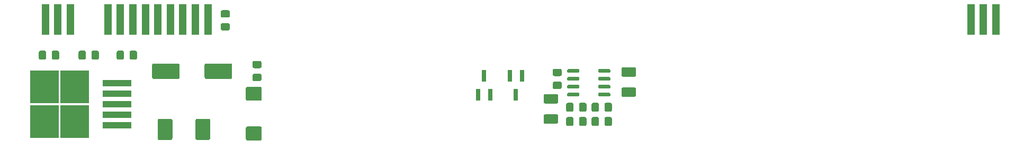
<source format=gbr>
%TF.GenerationSoftware,KiCad,Pcbnew,(5.1.8)-1*%
%TF.CreationDate,2021-02-16T03:44:48+08:00*%
%TF.ProjectId,VFD,5646442e-6b69-4636-9164-5f7063625858,rev?*%
%TF.SameCoordinates,Original*%
%TF.FileFunction,Paste,Top*%
%TF.FilePolarity,Positive*%
%FSLAX46Y46*%
G04 Gerber Fmt 4.6, Leading zero omitted, Abs format (unit mm)*
G04 Created by KiCad (PCBNEW (5.1.8)-1) date 2021-02-16 03:44:48*
%MOMM*%
%LPD*%
G01*
G04 APERTURE LIST*
%ADD10R,1.270000X5.000000*%
%ADD11R,4.550000X5.250000*%
%ADD12R,4.600000X1.100000*%
%ADD13R,0.800000X1.900000*%
G04 APERTURE END LIST*
D10*
%TO.C,U3*%
X105660000Y-95850000D03*
X103660000Y-95850000D03*
X101660000Y-95850000D03*
X99660000Y-95850000D03*
X97660000Y-95850000D03*
X95660000Y-95850000D03*
X93660000Y-95850000D03*
X91660000Y-95850000D03*
X231660000Y-95850000D03*
X229660000Y-95850000D03*
X227660000Y-95850000D03*
X89660000Y-95850000D03*
X83660000Y-95850000D03*
X81660000Y-95850000D03*
X79660000Y-95850000D03*
%TD*%
%TO.C,U2*%
G36*
G01*
X168056000Y-104315000D02*
X168056000Y-104015000D01*
G75*
G02*
X168206000Y-103865000I150000J0D01*
G01*
X169856000Y-103865000D01*
G75*
G02*
X170006000Y-104015000I0J-150000D01*
G01*
X170006000Y-104315000D01*
G75*
G02*
X169856000Y-104465000I-150000J0D01*
G01*
X168206000Y-104465000D01*
G75*
G02*
X168056000Y-104315000I0J150000D01*
G01*
G37*
G36*
G01*
X168056000Y-105585000D02*
X168056000Y-105285000D01*
G75*
G02*
X168206000Y-105135000I150000J0D01*
G01*
X169856000Y-105135000D01*
G75*
G02*
X170006000Y-105285000I0J-150000D01*
G01*
X170006000Y-105585000D01*
G75*
G02*
X169856000Y-105735000I-150000J0D01*
G01*
X168206000Y-105735000D01*
G75*
G02*
X168056000Y-105585000I0J150000D01*
G01*
G37*
G36*
G01*
X168056000Y-106855000D02*
X168056000Y-106555000D01*
G75*
G02*
X168206000Y-106405000I150000J0D01*
G01*
X169856000Y-106405000D01*
G75*
G02*
X170006000Y-106555000I0J-150000D01*
G01*
X170006000Y-106855000D01*
G75*
G02*
X169856000Y-107005000I-150000J0D01*
G01*
X168206000Y-107005000D01*
G75*
G02*
X168056000Y-106855000I0J150000D01*
G01*
G37*
G36*
G01*
X168056000Y-108125000D02*
X168056000Y-107825000D01*
G75*
G02*
X168206000Y-107675000I150000J0D01*
G01*
X169856000Y-107675000D01*
G75*
G02*
X170006000Y-107825000I0J-150000D01*
G01*
X170006000Y-108125000D01*
G75*
G02*
X169856000Y-108275000I-150000J0D01*
G01*
X168206000Y-108275000D01*
G75*
G02*
X168056000Y-108125000I0J150000D01*
G01*
G37*
G36*
G01*
X163106000Y-108125000D02*
X163106000Y-107825000D01*
G75*
G02*
X163256000Y-107675000I150000J0D01*
G01*
X164906000Y-107675000D01*
G75*
G02*
X165056000Y-107825000I0J-150000D01*
G01*
X165056000Y-108125000D01*
G75*
G02*
X164906000Y-108275000I-150000J0D01*
G01*
X163256000Y-108275000D01*
G75*
G02*
X163106000Y-108125000I0J150000D01*
G01*
G37*
G36*
G01*
X163106000Y-106855000D02*
X163106000Y-106555000D01*
G75*
G02*
X163256000Y-106405000I150000J0D01*
G01*
X164906000Y-106405000D01*
G75*
G02*
X165056000Y-106555000I0J-150000D01*
G01*
X165056000Y-106855000D01*
G75*
G02*
X164906000Y-107005000I-150000J0D01*
G01*
X163256000Y-107005000D01*
G75*
G02*
X163106000Y-106855000I0J150000D01*
G01*
G37*
G36*
G01*
X163106000Y-105585000D02*
X163106000Y-105285000D01*
G75*
G02*
X163256000Y-105135000I150000J0D01*
G01*
X164906000Y-105135000D01*
G75*
G02*
X165056000Y-105285000I0J-150000D01*
G01*
X165056000Y-105585000D01*
G75*
G02*
X164906000Y-105735000I-150000J0D01*
G01*
X163256000Y-105735000D01*
G75*
G02*
X163106000Y-105585000I0J150000D01*
G01*
G37*
G36*
G01*
X163106000Y-104315000D02*
X163106000Y-104015000D01*
G75*
G02*
X163256000Y-103865000I150000J0D01*
G01*
X164906000Y-103865000D01*
G75*
G02*
X165056000Y-104015000I0J-150000D01*
G01*
X165056000Y-104315000D01*
G75*
G02*
X164906000Y-104465000I-150000J0D01*
G01*
X163256000Y-104465000D01*
G75*
G02*
X163106000Y-104315000I0J150000D01*
G01*
G37*
%TD*%
D11*
%TO.C,U1*%
X84364000Y-106735000D03*
X79514000Y-112285000D03*
X84364000Y-112285000D03*
X79514000Y-106735000D03*
D12*
X91089000Y-106110000D03*
X91089000Y-107810000D03*
X91089000Y-109510000D03*
X91089000Y-111210000D03*
X91089000Y-112910000D03*
%TD*%
%TO.C,R6*%
G36*
G01*
X79784000Y-101161000D02*
X79784000Y-102111000D01*
G75*
G02*
X79534000Y-102361000I-250000J0D01*
G01*
X78859000Y-102361000D01*
G75*
G02*
X78609000Y-102111000I0J250000D01*
G01*
X78609000Y-101161000D01*
G75*
G02*
X78859000Y-100911000I250000J0D01*
G01*
X79534000Y-100911000D01*
G75*
G02*
X79784000Y-101161000I0J-250000D01*
G01*
G37*
G36*
G01*
X81859000Y-101161000D02*
X81859000Y-102111000D01*
G75*
G02*
X81609000Y-102361000I-250000J0D01*
G01*
X80934000Y-102361000D01*
G75*
G02*
X80684000Y-102111000I0J250000D01*
G01*
X80684000Y-101161000D01*
G75*
G02*
X80934000Y-100911000I250000J0D01*
G01*
X81609000Y-100911000D01*
G75*
G02*
X81859000Y-101161000I0J-250000D01*
G01*
G37*
%TD*%
%TO.C,R5*%
G36*
G01*
X86134000Y-101161000D02*
X86134000Y-102111000D01*
G75*
G02*
X85884000Y-102361000I-250000J0D01*
G01*
X85209000Y-102361000D01*
G75*
G02*
X84959000Y-102111000I0J250000D01*
G01*
X84959000Y-101161000D01*
G75*
G02*
X85209000Y-100911000I250000J0D01*
G01*
X85884000Y-100911000D01*
G75*
G02*
X86134000Y-101161000I0J-250000D01*
G01*
G37*
G36*
G01*
X88209000Y-101161000D02*
X88209000Y-102111000D01*
G75*
G02*
X87959000Y-102361000I-250000J0D01*
G01*
X87284000Y-102361000D01*
G75*
G02*
X87034000Y-102111000I0J250000D01*
G01*
X87034000Y-101161000D01*
G75*
G02*
X87284000Y-100911000I250000J0D01*
G01*
X87959000Y-100911000D01*
G75*
G02*
X88209000Y-101161000I0J-250000D01*
G01*
G37*
%TD*%
%TO.C,R4*%
G36*
G01*
X165012000Y-112779000D02*
X165012000Y-111829000D01*
G75*
G02*
X165262000Y-111579000I250000J0D01*
G01*
X165937000Y-111579000D01*
G75*
G02*
X166187000Y-111829000I0J-250000D01*
G01*
X166187000Y-112779000D01*
G75*
G02*
X165937000Y-113029000I-250000J0D01*
G01*
X165262000Y-113029000D01*
G75*
G02*
X165012000Y-112779000I0J250000D01*
G01*
G37*
G36*
G01*
X162937000Y-112779000D02*
X162937000Y-111829000D01*
G75*
G02*
X163187000Y-111579000I250000J0D01*
G01*
X163862000Y-111579000D01*
G75*
G02*
X164112000Y-111829000I0J-250000D01*
G01*
X164112000Y-112779000D01*
G75*
G02*
X163862000Y-113029000I-250000J0D01*
G01*
X163187000Y-113029000D01*
G75*
G02*
X162937000Y-112779000I0J250000D01*
G01*
G37*
%TD*%
%TO.C,R3*%
G36*
G01*
X169076000Y-110493000D02*
X169076000Y-109543000D01*
G75*
G02*
X169326000Y-109293000I250000J0D01*
G01*
X170001000Y-109293000D01*
G75*
G02*
X170251000Y-109543000I0J-250000D01*
G01*
X170251000Y-110493000D01*
G75*
G02*
X170001000Y-110743000I-250000J0D01*
G01*
X169326000Y-110743000D01*
G75*
G02*
X169076000Y-110493000I0J250000D01*
G01*
G37*
G36*
G01*
X167001000Y-110493000D02*
X167001000Y-109543000D01*
G75*
G02*
X167251000Y-109293000I250000J0D01*
G01*
X167926000Y-109293000D01*
G75*
G02*
X168176000Y-109543000I0J-250000D01*
G01*
X168176000Y-110493000D01*
G75*
G02*
X167926000Y-110743000I-250000J0D01*
G01*
X167251000Y-110743000D01*
G75*
G02*
X167001000Y-110493000I0J250000D01*
G01*
G37*
%TD*%
%TO.C,R2*%
G36*
G01*
X161039000Y-105896000D02*
X161989000Y-105896000D01*
G75*
G02*
X162239000Y-106146000I0J-250000D01*
G01*
X162239000Y-106821000D01*
G75*
G02*
X161989000Y-107071000I-250000J0D01*
G01*
X161039000Y-107071000D01*
G75*
G02*
X160789000Y-106821000I0J250000D01*
G01*
X160789000Y-106146000D01*
G75*
G02*
X161039000Y-105896000I250000J0D01*
G01*
G37*
G36*
G01*
X161039000Y-103821000D02*
X161989000Y-103821000D01*
G75*
G02*
X162239000Y-104071000I0J-250000D01*
G01*
X162239000Y-104746000D01*
G75*
G02*
X161989000Y-104996000I-250000J0D01*
G01*
X161039000Y-104996000D01*
G75*
G02*
X160789000Y-104746000I0J250000D01*
G01*
X160789000Y-104071000D01*
G75*
G02*
X161039000Y-103821000I250000J0D01*
G01*
G37*
%TD*%
%TO.C,R1*%
G36*
G01*
X168176000Y-111829000D02*
X168176000Y-112779000D01*
G75*
G02*
X167926000Y-113029000I-250000J0D01*
G01*
X167251000Y-113029000D01*
G75*
G02*
X167001000Y-112779000I0J250000D01*
G01*
X167001000Y-111829000D01*
G75*
G02*
X167251000Y-111579000I250000J0D01*
G01*
X167926000Y-111579000D01*
G75*
G02*
X168176000Y-111829000I0J-250000D01*
G01*
G37*
G36*
G01*
X170251000Y-111829000D02*
X170251000Y-112779000D01*
G75*
G02*
X170001000Y-113029000I-250000J0D01*
G01*
X169326000Y-113029000D01*
G75*
G02*
X169076000Y-112779000I0J250000D01*
G01*
X169076000Y-111829000D01*
G75*
G02*
X169326000Y-111579000I250000J0D01*
G01*
X170001000Y-111579000D01*
G75*
G02*
X170251000Y-111829000I0J-250000D01*
G01*
G37*
%TD*%
D13*
%TO.C,Q2*%
X154910000Y-107962000D03*
X153960000Y-104962000D03*
X155860000Y-104962000D03*
%TD*%
%TO.C,Q1*%
X149830000Y-104962000D03*
X150780000Y-107962000D03*
X148880000Y-107962000D03*
%TD*%
%TO.C,L1*%
G36*
G01*
X99974000Y-112109000D02*
X99974000Y-115039000D01*
G75*
G02*
X99739000Y-115274000I-235000J0D01*
G01*
X97859000Y-115274000D01*
G75*
G02*
X97624000Y-115039000I0J235000D01*
G01*
X97624000Y-112109000D01*
G75*
G02*
X97859000Y-111874000I235000J0D01*
G01*
X99739000Y-111874000D01*
G75*
G02*
X99974000Y-112109000I0J-235000D01*
G01*
G37*
G36*
G01*
X106024000Y-112109000D02*
X106024000Y-115039000D01*
G75*
G02*
X105789000Y-115274000I-235000J0D01*
G01*
X103909000Y-115274000D01*
G75*
G02*
X103674000Y-115039000I0J235000D01*
G01*
X103674000Y-112109000D01*
G75*
G02*
X103909000Y-111874000I235000J0D01*
G01*
X105789000Y-111874000D01*
G75*
G02*
X106024000Y-112109000I0J-235000D01*
G01*
G37*
%TD*%
%TO.C,C8*%
G36*
G01*
X108903000Y-95576500D02*
X107953000Y-95576500D01*
G75*
G02*
X107703000Y-95326500I0J250000D01*
G01*
X107703000Y-94651500D01*
G75*
G02*
X107953000Y-94401500I250000J0D01*
G01*
X108903000Y-94401500D01*
G75*
G02*
X109153000Y-94651500I0J-250000D01*
G01*
X109153000Y-95326500D01*
G75*
G02*
X108903000Y-95576500I-250000J0D01*
G01*
G37*
G36*
G01*
X108903000Y-97651500D02*
X107953000Y-97651500D01*
G75*
G02*
X107703000Y-97401500I0J250000D01*
G01*
X107703000Y-96726500D01*
G75*
G02*
X107953000Y-96476500I250000J0D01*
G01*
X108903000Y-96476500D01*
G75*
G02*
X109153000Y-96726500I0J-250000D01*
G01*
X109153000Y-97401500D01*
G75*
G02*
X108903000Y-97651500I-250000J0D01*
G01*
G37*
%TD*%
%TO.C,C7*%
G36*
G01*
X105130000Y-105210000D02*
X105130000Y-103210000D01*
G75*
G02*
X105380000Y-102960000I250000J0D01*
G01*
X109280000Y-102960000D01*
G75*
G02*
X109530000Y-103210000I0J-250000D01*
G01*
X109530000Y-105210000D01*
G75*
G02*
X109280000Y-105460000I-250000J0D01*
G01*
X105380000Y-105460000D01*
G75*
G02*
X105130000Y-105210000I0J250000D01*
G01*
G37*
G36*
G01*
X96730000Y-105210000D02*
X96730000Y-103210000D01*
G75*
G02*
X96980000Y-102960000I250000J0D01*
G01*
X100880000Y-102960000D01*
G75*
G02*
X101130000Y-103210000I0J-250000D01*
G01*
X101130000Y-105210000D01*
G75*
G02*
X100880000Y-105460000I-250000J0D01*
G01*
X96980000Y-105460000D01*
G75*
G02*
X96730000Y-105210000I0J250000D01*
G01*
G37*
%TD*%
%TO.C,C6*%
G36*
G01*
X93130000Y-102111000D02*
X93130000Y-101161000D01*
G75*
G02*
X93380000Y-100911000I250000J0D01*
G01*
X94055000Y-100911000D01*
G75*
G02*
X94305000Y-101161000I0J-250000D01*
G01*
X94305000Y-102111000D01*
G75*
G02*
X94055000Y-102361000I-250000J0D01*
G01*
X93380000Y-102361000D01*
G75*
G02*
X93130000Y-102111000I0J250000D01*
G01*
G37*
G36*
G01*
X91055000Y-102111000D02*
X91055000Y-101161000D01*
G75*
G02*
X91305000Y-100911000I250000J0D01*
G01*
X91980000Y-100911000D01*
G75*
G02*
X92230000Y-101161000I0J-250000D01*
G01*
X92230000Y-102111000D01*
G75*
G02*
X91980000Y-102361000I-250000J0D01*
G01*
X91305000Y-102361000D01*
G75*
G02*
X91055000Y-102111000I0J250000D01*
G01*
G37*
%TD*%
%TO.C,C5*%
G36*
G01*
X173869000Y-105079000D02*
X172019000Y-105079000D01*
G75*
G02*
X171769000Y-104829000I0J250000D01*
G01*
X171769000Y-103829000D01*
G75*
G02*
X172019000Y-103579000I250000J0D01*
G01*
X173869000Y-103579000D01*
G75*
G02*
X174119000Y-103829000I0J-250000D01*
G01*
X174119000Y-104829000D01*
G75*
G02*
X173869000Y-105079000I-250000J0D01*
G01*
G37*
G36*
G01*
X173869000Y-108329000D02*
X172019000Y-108329000D01*
G75*
G02*
X171769000Y-108079000I0J250000D01*
G01*
X171769000Y-107079000D01*
G75*
G02*
X172019000Y-106829000I250000J0D01*
G01*
X173869000Y-106829000D01*
G75*
G02*
X174119000Y-107079000I0J-250000D01*
G01*
X174119000Y-108079000D01*
G75*
G02*
X173869000Y-108329000I-250000J0D01*
G01*
G37*
%TD*%
%TO.C,C4*%
G36*
G01*
X159573000Y-111147000D02*
X161423000Y-111147000D01*
G75*
G02*
X161673000Y-111397000I0J-250000D01*
G01*
X161673000Y-112397000D01*
G75*
G02*
X161423000Y-112647000I-250000J0D01*
G01*
X159573000Y-112647000D01*
G75*
G02*
X159323000Y-112397000I0J250000D01*
G01*
X159323000Y-111397000D01*
G75*
G02*
X159573000Y-111147000I250000J0D01*
G01*
G37*
G36*
G01*
X159573000Y-107897000D02*
X161423000Y-107897000D01*
G75*
G02*
X161673000Y-108147000I0J-250000D01*
G01*
X161673000Y-109147000D01*
G75*
G02*
X161423000Y-109397000I-250000J0D01*
G01*
X159573000Y-109397000D01*
G75*
G02*
X159323000Y-109147000I0J250000D01*
G01*
X159323000Y-108147000D01*
G75*
G02*
X159573000Y-107897000I250000J0D01*
G01*
G37*
%TD*%
%TO.C,C3*%
G36*
G01*
X113033000Y-104626000D02*
X113983000Y-104626000D01*
G75*
G02*
X114233000Y-104876000I0J-250000D01*
G01*
X114233000Y-105551000D01*
G75*
G02*
X113983000Y-105801000I-250000J0D01*
G01*
X113033000Y-105801000D01*
G75*
G02*
X112783000Y-105551000I0J250000D01*
G01*
X112783000Y-104876000D01*
G75*
G02*
X113033000Y-104626000I250000J0D01*
G01*
G37*
G36*
G01*
X113033000Y-102551000D02*
X113983000Y-102551000D01*
G75*
G02*
X114233000Y-102801000I0J-250000D01*
G01*
X114233000Y-103476000D01*
G75*
G02*
X113983000Y-103726000I-250000J0D01*
G01*
X113033000Y-103726000D01*
G75*
G02*
X112783000Y-103476000I0J250000D01*
G01*
X112783000Y-102801000D01*
G75*
G02*
X113033000Y-102551000I250000J0D01*
G01*
G37*
%TD*%
%TO.C,C2*%
G36*
G01*
X165012000Y-110493000D02*
X165012000Y-109543000D01*
G75*
G02*
X165262000Y-109293000I250000J0D01*
G01*
X165937000Y-109293000D01*
G75*
G02*
X166187000Y-109543000I0J-250000D01*
G01*
X166187000Y-110493000D01*
G75*
G02*
X165937000Y-110743000I-250000J0D01*
G01*
X165262000Y-110743000D01*
G75*
G02*
X165012000Y-110493000I0J250000D01*
G01*
G37*
G36*
G01*
X162937000Y-110493000D02*
X162937000Y-109543000D01*
G75*
G02*
X163187000Y-109293000I250000J0D01*
G01*
X163862000Y-109293000D01*
G75*
G02*
X164112000Y-109543000I0J-250000D01*
G01*
X164112000Y-110493000D01*
G75*
G02*
X163862000Y-110743000I-250000J0D01*
G01*
X163187000Y-110743000D01*
G75*
G02*
X162937000Y-110493000I0J250000D01*
G01*
G37*
%TD*%
%TO.C,C1*%
G36*
G01*
X114025001Y-108959000D02*
X111974999Y-108959000D01*
G75*
G02*
X111725000Y-108709001I0J249999D01*
G01*
X111725000Y-106958999D01*
G75*
G02*
X111974999Y-106709000I249999J0D01*
G01*
X114025001Y-106709000D01*
G75*
G02*
X114275000Y-106958999I0J-249999D01*
G01*
X114275000Y-108709001D01*
G75*
G02*
X114025001Y-108959000I-249999J0D01*
G01*
G37*
G36*
G01*
X114025001Y-115359000D02*
X111974999Y-115359000D01*
G75*
G02*
X111725000Y-115109001I0J249999D01*
G01*
X111725000Y-113358999D01*
G75*
G02*
X111974999Y-113109000I249999J0D01*
G01*
X114025001Y-113109000D01*
G75*
G02*
X114275000Y-113358999I0J-249999D01*
G01*
X114275000Y-115109001D01*
G75*
G02*
X114025001Y-115359000I-249999J0D01*
G01*
G37*
%TD*%
M02*

</source>
